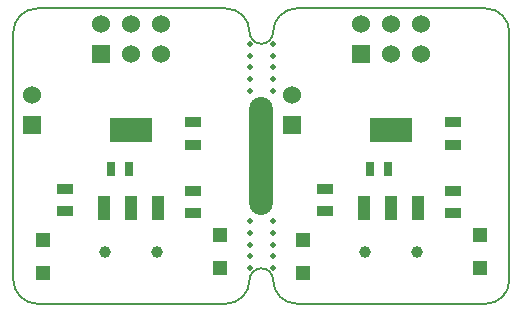
<source format=gbs>
G04 (created by PCBNEW (2012-nov-02)-testing) date Sun 20 Jan 2013 14:43:11 CET*
%MOIN*%
G04 Gerber Fmt 3.4, Leading zero omitted, Abs format*
%FSLAX34Y34*%
G01*
G70*
G90*
G04 APERTURE LIST*
%ADD10C,0.006*%
%ADD11C,0.00590551*%
%ADD12R,0.144X0.08*%
%ADD13R,0.04X0.08*%
%ADD14R,0.055X0.035*%
%ADD15R,0.06X0.06*%
%ADD16C,0.06*%
%ADD17C,0.0394*%
%ADD18R,0.0472441X0.0472441*%
%ADD19R,0.025X0.045*%
%ADD20C,0.019685*%
%ADD21O,0.0787402X0.393701*%
G04 APERTURE END LIST*
G54D10*
G54D11*
X48031Y-48425D02*
G75*
G03X47637Y-48031I-393J0D01*
G74*
G01*
X47637Y-48031D02*
G75*
G03X47244Y-48425I0J-393D01*
G74*
G01*
X47244Y-40157D02*
G75*
G03X47637Y-40551I393J0D01*
G74*
G01*
X47637Y-40551D02*
G75*
G03X48031Y-40157I0J393D01*
G74*
G01*
X39370Y-48425D02*
G75*
G03X40157Y-49212I787J0D01*
G74*
G01*
X46456Y-39370D02*
X40157Y-39370D01*
X40157Y-49212D02*
X46456Y-49212D01*
X39370Y-40157D02*
X39370Y-48425D01*
X46456Y-49212D02*
G75*
G03X47244Y-48425I0J787D01*
G74*
G01*
X47244Y-40157D02*
G75*
G03X46456Y-39370I-787J0D01*
G74*
G01*
X40157Y-39370D02*
G75*
G03X39370Y-40157I0J-787D01*
G74*
G01*
X48031Y-48425D02*
G75*
G03X48818Y-49212I787J0D01*
G74*
G01*
X55118Y-39370D02*
X48818Y-39370D01*
X55905Y-48425D02*
X55905Y-40157D01*
X48818Y-49212D02*
X55118Y-49212D01*
X55118Y-49212D02*
G75*
G03X55905Y-48425I0J787D01*
G74*
G01*
X55905Y-40157D02*
G75*
G03X55118Y-39370I-787J0D01*
G74*
G01*
X48818Y-39370D02*
G75*
G03X48031Y-40157I0J-787D01*
G74*
G01*
G54D12*
X43307Y-43424D03*
G54D13*
X43307Y-46024D03*
X42407Y-46024D03*
X44207Y-46024D03*
G54D14*
X41102Y-46123D03*
X41102Y-45373D03*
X45354Y-45451D03*
X45354Y-46201D03*
X45354Y-43168D03*
X45354Y-43918D03*
G54D15*
X42307Y-40893D03*
G54D16*
X42307Y-39893D03*
X43307Y-40893D03*
X43307Y-39893D03*
X44307Y-40893D03*
X44307Y-39893D03*
G54D15*
X40000Y-43255D03*
G54D16*
X40000Y-42255D03*
G54D17*
X44173Y-47480D03*
X42441Y-47480D03*
G54D18*
X40354Y-48188D03*
X40354Y-47086D03*
X46259Y-48031D03*
X46259Y-46929D03*
G54D19*
X42613Y-44724D03*
X43213Y-44724D03*
G54D12*
X51968Y-43424D03*
G54D13*
X51968Y-46024D03*
X51068Y-46024D03*
X52868Y-46024D03*
G54D14*
X49763Y-46123D03*
X49763Y-45373D03*
X54015Y-45451D03*
X54015Y-46201D03*
X54015Y-43168D03*
X54015Y-43918D03*
G54D15*
X50968Y-40893D03*
G54D16*
X50968Y-39893D03*
X51968Y-40893D03*
X51968Y-39893D03*
X52968Y-40893D03*
X52968Y-39893D03*
G54D15*
X48661Y-43255D03*
G54D16*
X48661Y-42255D03*
G54D17*
X52834Y-47480D03*
X51102Y-47480D03*
G54D18*
X49015Y-48188D03*
X49015Y-47086D03*
X54921Y-48031D03*
X54921Y-46929D03*
G54D19*
X51274Y-44724D03*
X51874Y-44724D03*
G54D20*
X48031Y-42125D03*
X48031Y-40551D03*
X48031Y-41732D03*
X48031Y-40944D03*
X48031Y-41338D03*
X47244Y-41338D03*
X47244Y-40944D03*
X47244Y-41732D03*
X47244Y-40551D03*
X47244Y-42125D03*
X48031Y-48031D03*
X48031Y-46456D03*
X48031Y-47637D03*
X48031Y-46850D03*
X48031Y-47244D03*
X47244Y-47244D03*
X47244Y-46850D03*
X47244Y-47637D03*
X47244Y-46456D03*
X47244Y-48031D03*
G54D21*
X47637Y-44291D03*
M02*

</source>
